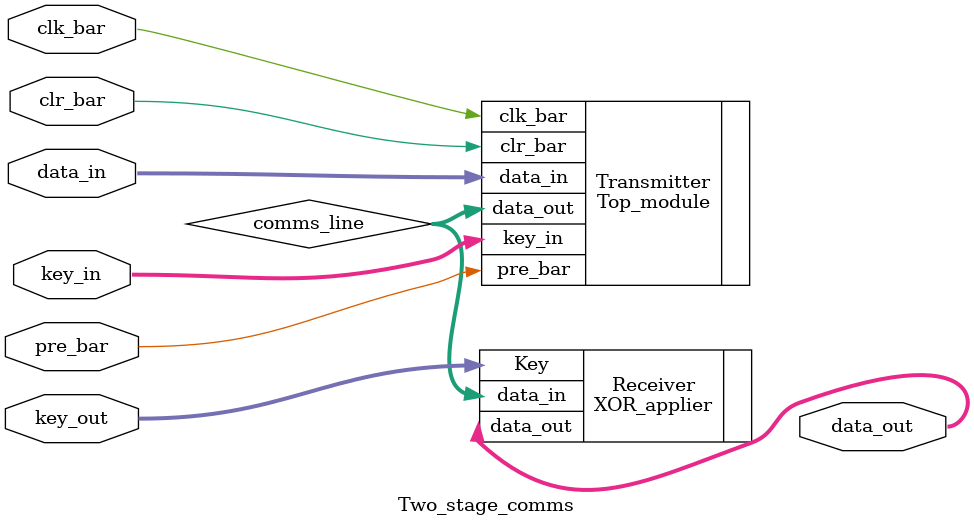
<source format=v>
`timescale 1ns / 1ps


module Two_stage_comms(
           
                    input clk_bar,
                    
                    input clr_bar,
                    
                    input pre_bar,
                    
                    input [7:0]data_in,
                    
                    input [7:0]key_in,
                    
                    input [7:0]key_out,
                    
                    output [7:0]data_out

           
                      );
    
    wire [7:0] comms_line;
    
    Top_module Transmitter ( 
                             .clk_bar(clk_bar),
                    
                             .clr_bar(clr_bar),
                    
                             .pre_bar(pre_bar),
                    
                             .data_in(data_in),
                    
                             .key_in(key_in),
                    
                             .data_out(comms_line)

                           );
                           
      XOR_applier Receiver (
                            .Key(key_out),
                            
                            .data_in(comms_line),
                            
                            .data_out(data_out)
                            );
    
    
    
    
    
    
    
    
endmodule

</source>
